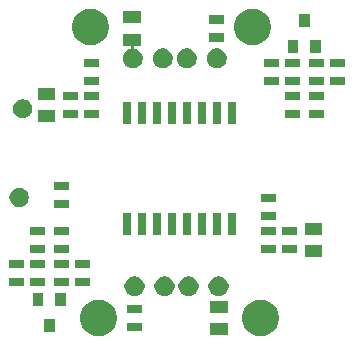
<source format=gbr>
G04 #@! TF.GenerationSoftware,KiCad,Pcbnew,5.1.5+dfsg1-2build2*
G04 #@! TF.CreationDate,2021-01-26T01:31:42+03:00*
G04 #@! TF.ProjectId,usb_ISO,7573625f-4953-44f2-9e6b-696361645f70,rev?*
G04 #@! TF.SameCoordinates,Original*
G04 #@! TF.FileFunction,Soldermask,Top*
G04 #@! TF.FilePolarity,Negative*
%FSLAX46Y46*%
G04 Gerber Fmt 4.6, Leading zero omitted, Abs format (unit mm)*
G04 Created by KiCad (PCBNEW 5.1.5+dfsg1-2build2) date 2021-01-26 01:31:42*
%MOMM*%
%LPD*%
G04 APERTURE LIST*
%ADD10C,0.100000*%
G04 APERTURE END LIST*
D10*
G36*
X122114497Y-98801863D02*
G01*
X122214372Y-98821729D01*
X122331279Y-98870154D01*
X122496611Y-98938636D01*
X122750621Y-99108360D01*
X122966640Y-99324379D01*
X123136364Y-99578389D01*
X123253271Y-99860629D01*
X123312870Y-100160251D01*
X123312870Y-100465749D01*
X123253271Y-100765371D01*
X123136364Y-101047611D01*
X122966640Y-101301621D01*
X122750621Y-101517640D01*
X122496611Y-101687364D01*
X122331279Y-101755846D01*
X122214372Y-101804271D01*
X122114497Y-101824137D01*
X121914749Y-101863870D01*
X121609251Y-101863870D01*
X121409503Y-101824137D01*
X121309628Y-101804271D01*
X121192721Y-101755846D01*
X121027389Y-101687364D01*
X120773379Y-101517640D01*
X120557360Y-101301621D01*
X120387636Y-101047611D01*
X120270729Y-100765371D01*
X120211130Y-100465749D01*
X120211130Y-100160251D01*
X120270729Y-99860629D01*
X120387636Y-99578389D01*
X120557360Y-99324379D01*
X120773379Y-99108360D01*
X121027389Y-98938636D01*
X121192721Y-98870154D01*
X121309628Y-98821729D01*
X121409503Y-98801863D01*
X121609251Y-98762130D01*
X121914749Y-98762130D01*
X122114497Y-98801863D01*
G37*
G36*
X108398497Y-98801863D02*
G01*
X108498372Y-98821729D01*
X108615279Y-98870154D01*
X108780611Y-98938636D01*
X109034621Y-99108360D01*
X109250640Y-99324379D01*
X109420364Y-99578389D01*
X109537271Y-99860629D01*
X109596870Y-100160251D01*
X109596870Y-100465749D01*
X109537271Y-100765371D01*
X109420364Y-101047611D01*
X109250640Y-101301621D01*
X109034621Y-101517640D01*
X108780611Y-101687364D01*
X108615279Y-101755846D01*
X108498372Y-101804271D01*
X108398497Y-101824137D01*
X108198749Y-101863870D01*
X107893251Y-101863870D01*
X107693503Y-101824137D01*
X107593628Y-101804271D01*
X107476721Y-101755846D01*
X107311389Y-101687364D01*
X107057379Y-101517640D01*
X106841360Y-101301621D01*
X106671636Y-101047611D01*
X106554729Y-100765371D01*
X106495130Y-100465749D01*
X106495130Y-100160251D01*
X106554729Y-99860629D01*
X106671636Y-99578389D01*
X106841360Y-99324379D01*
X107057379Y-99108360D01*
X107311389Y-98938636D01*
X107476721Y-98870154D01*
X107593628Y-98821729D01*
X107693503Y-98801863D01*
X107893251Y-98762130D01*
X108198749Y-98762130D01*
X108398497Y-98801863D01*
G37*
G36*
X118986500Y-101778000D02*
G01*
X117487500Y-101778000D01*
X117487500Y-100787000D01*
X118986500Y-100787000D01*
X118986500Y-101778000D01*
G37*
G36*
X104337050Y-101473200D02*
G01*
X103434950Y-101473200D01*
X103434950Y-100370440D01*
X104337050Y-100370440D01*
X104337050Y-101473200D01*
G37*
G36*
X111698500Y-101443500D02*
G01*
X110453500Y-101443500D01*
X110453500Y-100706500D01*
X111698500Y-100706500D01*
X111698500Y-101443500D01*
G37*
G36*
X111698500Y-99919500D02*
G01*
X110453500Y-99919500D01*
X110453500Y-99182500D01*
X111698500Y-99182500D01*
X111698500Y-99919500D01*
G37*
G36*
X118986500Y-99873000D02*
G01*
X117487500Y-99873000D01*
X117487500Y-98882000D01*
X118986500Y-98882000D01*
X118986500Y-99873000D01*
G37*
G36*
X105289550Y-99273560D02*
G01*
X104387450Y-99273560D01*
X104387450Y-98170800D01*
X105289550Y-98170800D01*
X105289550Y-99273560D01*
G37*
G36*
X103384550Y-99273560D02*
G01*
X102482450Y-99273560D01*
X102482450Y-98170800D01*
X103384550Y-98170800D01*
X103384550Y-99273560D01*
G37*
G36*
X111342228Y-96827703D02*
G01*
X111497100Y-96891853D01*
X111636481Y-96984985D01*
X111755015Y-97103519D01*
X111848147Y-97242900D01*
X111912297Y-97397772D01*
X111945000Y-97562184D01*
X111945000Y-97729816D01*
X111912297Y-97894228D01*
X111848147Y-98049100D01*
X111755015Y-98188481D01*
X111636481Y-98307015D01*
X111497100Y-98400147D01*
X111342228Y-98464297D01*
X111177816Y-98497000D01*
X111010184Y-98497000D01*
X110845772Y-98464297D01*
X110690900Y-98400147D01*
X110551519Y-98307015D01*
X110432985Y-98188481D01*
X110339853Y-98049100D01*
X110275703Y-97894228D01*
X110243000Y-97729816D01*
X110243000Y-97562184D01*
X110275703Y-97397772D01*
X110339853Y-97242900D01*
X110432985Y-97103519D01*
X110551519Y-96984985D01*
X110690900Y-96891853D01*
X110845772Y-96827703D01*
X111010184Y-96795000D01*
X111177816Y-96795000D01*
X111342228Y-96827703D01*
G37*
G36*
X113882228Y-96827703D02*
G01*
X114037100Y-96891853D01*
X114176481Y-96984985D01*
X114295015Y-97103519D01*
X114388147Y-97242900D01*
X114452297Y-97397772D01*
X114485000Y-97562184D01*
X114485000Y-97729816D01*
X114452297Y-97894228D01*
X114388147Y-98049100D01*
X114295015Y-98188481D01*
X114176481Y-98307015D01*
X114037100Y-98400147D01*
X113882228Y-98464297D01*
X113717816Y-98497000D01*
X113550184Y-98497000D01*
X113385772Y-98464297D01*
X113230900Y-98400147D01*
X113091519Y-98307015D01*
X112972985Y-98188481D01*
X112879853Y-98049100D01*
X112815703Y-97894228D01*
X112783000Y-97729816D01*
X112783000Y-97562184D01*
X112815703Y-97397772D01*
X112879853Y-97242900D01*
X112972985Y-97103519D01*
X113091519Y-96984985D01*
X113230900Y-96891853D01*
X113385772Y-96827703D01*
X113550184Y-96795000D01*
X113717816Y-96795000D01*
X113882228Y-96827703D01*
G37*
G36*
X115914228Y-96827703D02*
G01*
X116069100Y-96891853D01*
X116208481Y-96984985D01*
X116327015Y-97103519D01*
X116420147Y-97242900D01*
X116484297Y-97397772D01*
X116517000Y-97562184D01*
X116517000Y-97729816D01*
X116484297Y-97894228D01*
X116420147Y-98049100D01*
X116327015Y-98188481D01*
X116208481Y-98307015D01*
X116069100Y-98400147D01*
X115914228Y-98464297D01*
X115749816Y-98497000D01*
X115582184Y-98497000D01*
X115417772Y-98464297D01*
X115262900Y-98400147D01*
X115123519Y-98307015D01*
X115004985Y-98188481D01*
X114911853Y-98049100D01*
X114847703Y-97894228D01*
X114815000Y-97729816D01*
X114815000Y-97562184D01*
X114847703Y-97397772D01*
X114911853Y-97242900D01*
X115004985Y-97103519D01*
X115123519Y-96984985D01*
X115262900Y-96891853D01*
X115417772Y-96827703D01*
X115582184Y-96795000D01*
X115749816Y-96795000D01*
X115914228Y-96827703D01*
G37*
G36*
X118454228Y-96827703D02*
G01*
X118609100Y-96891853D01*
X118748481Y-96984985D01*
X118867015Y-97103519D01*
X118960147Y-97242900D01*
X119024297Y-97397772D01*
X119057000Y-97562184D01*
X119057000Y-97729816D01*
X119024297Y-97894228D01*
X118960147Y-98049100D01*
X118867015Y-98188481D01*
X118748481Y-98307015D01*
X118609100Y-98400147D01*
X118454228Y-98464297D01*
X118289816Y-98497000D01*
X118122184Y-98497000D01*
X117957772Y-98464297D01*
X117802900Y-98400147D01*
X117663519Y-98307015D01*
X117544985Y-98188481D01*
X117451853Y-98049100D01*
X117387703Y-97894228D01*
X117355000Y-97729816D01*
X117355000Y-97562184D01*
X117387703Y-97397772D01*
X117451853Y-97242900D01*
X117544985Y-97103519D01*
X117663519Y-96984985D01*
X117802900Y-96891853D01*
X117957772Y-96827703D01*
X118122184Y-96795000D01*
X118289816Y-96795000D01*
X118454228Y-96827703D01*
G37*
G36*
X107302500Y-97650500D02*
G01*
X106057500Y-97650500D01*
X106057500Y-96913500D01*
X107302500Y-96913500D01*
X107302500Y-97650500D01*
G37*
G36*
X105524500Y-97650500D02*
G01*
X104279500Y-97650500D01*
X104279500Y-96913500D01*
X105524500Y-96913500D01*
X105524500Y-97650500D01*
G37*
G36*
X103492500Y-97650500D02*
G01*
X102247500Y-97650500D01*
X102247500Y-96913500D01*
X103492500Y-96913500D01*
X103492500Y-97650500D01*
G37*
G36*
X101714500Y-97650500D02*
G01*
X100469500Y-97650500D01*
X100469500Y-96913500D01*
X101714500Y-96913500D01*
X101714500Y-97650500D01*
G37*
G36*
X101714500Y-96126500D02*
G01*
X100469500Y-96126500D01*
X100469500Y-95389500D01*
X101714500Y-95389500D01*
X101714500Y-96126500D01*
G37*
G36*
X107302500Y-96126500D02*
G01*
X106057500Y-96126500D01*
X106057500Y-95389500D01*
X107302500Y-95389500D01*
X107302500Y-96126500D01*
G37*
G36*
X105524500Y-96126500D02*
G01*
X104279500Y-96126500D01*
X104279500Y-95389500D01*
X105524500Y-95389500D01*
X105524500Y-96126500D01*
G37*
G36*
X103492500Y-96126500D02*
G01*
X102247500Y-96126500D01*
X102247500Y-95389500D01*
X103492500Y-95389500D01*
X103492500Y-96126500D01*
G37*
G36*
X126987500Y-95174000D02*
G01*
X125488500Y-95174000D01*
X125488500Y-94183000D01*
X126987500Y-94183000D01*
X126987500Y-95174000D01*
G37*
G36*
X124828500Y-94856500D02*
G01*
X123583500Y-94856500D01*
X123583500Y-94119500D01*
X124828500Y-94119500D01*
X124828500Y-94856500D01*
G37*
G36*
X103492500Y-94856500D02*
G01*
X102247500Y-94856500D01*
X102247500Y-94119500D01*
X103492500Y-94119500D01*
X103492500Y-94856500D01*
G37*
G36*
X123050500Y-94856500D02*
G01*
X121805500Y-94856500D01*
X121805500Y-94119500D01*
X123050500Y-94119500D01*
X123050500Y-94856500D01*
G37*
G36*
X105524500Y-94856500D02*
G01*
X104279500Y-94856500D01*
X104279500Y-94119500D01*
X105524500Y-94119500D01*
X105524500Y-94856500D01*
G37*
G36*
X103492500Y-93332500D02*
G01*
X102247500Y-93332500D01*
X102247500Y-92595500D01*
X103492500Y-92595500D01*
X103492500Y-93332500D01*
G37*
G36*
X105524500Y-93332500D02*
G01*
X104279500Y-93332500D01*
X104279500Y-92595500D01*
X105524500Y-92595500D01*
X105524500Y-93332500D01*
G37*
G36*
X123050500Y-93332500D02*
G01*
X121805500Y-93332500D01*
X121805500Y-92595500D01*
X123050500Y-92595500D01*
X123050500Y-93332500D01*
G37*
G36*
X124828500Y-93332500D02*
G01*
X123583500Y-93332500D01*
X123583500Y-92595500D01*
X124828500Y-92595500D01*
X124828500Y-93332500D01*
G37*
G36*
X126987500Y-93269000D02*
G01*
X125488500Y-93269000D01*
X125488500Y-92278000D01*
X126987500Y-92278000D01*
X126987500Y-93269000D01*
G37*
G36*
X112093500Y-93255000D02*
G01*
X111356500Y-93255000D01*
X111356500Y-91403000D01*
X112093500Y-91403000D01*
X112093500Y-93255000D01*
G37*
G36*
X118443500Y-93255000D02*
G01*
X117706500Y-93255000D01*
X117706500Y-91403000D01*
X118443500Y-91403000D01*
X118443500Y-93255000D01*
G37*
G36*
X117173500Y-93255000D02*
G01*
X116436500Y-93255000D01*
X116436500Y-91403000D01*
X117173500Y-91403000D01*
X117173500Y-93255000D01*
G37*
G36*
X115903500Y-93255000D02*
G01*
X115166500Y-93255000D01*
X115166500Y-91403000D01*
X115903500Y-91403000D01*
X115903500Y-93255000D01*
G37*
G36*
X114633500Y-93255000D02*
G01*
X113896500Y-93255000D01*
X113896500Y-91403000D01*
X114633500Y-91403000D01*
X114633500Y-93255000D01*
G37*
G36*
X113363500Y-93255000D02*
G01*
X112626500Y-93255000D01*
X112626500Y-91403000D01*
X113363500Y-91403000D01*
X113363500Y-93255000D01*
G37*
G36*
X110823500Y-93255000D02*
G01*
X110086500Y-93255000D01*
X110086500Y-91403000D01*
X110823500Y-91403000D01*
X110823500Y-93255000D01*
G37*
G36*
X119713500Y-93255000D02*
G01*
X118976500Y-93255000D01*
X118976500Y-91403000D01*
X119713500Y-91403000D01*
X119713500Y-93255000D01*
G37*
G36*
X123050500Y-92062500D02*
G01*
X121805500Y-92062500D01*
X121805500Y-91325500D01*
X123050500Y-91325500D01*
X123050500Y-92062500D01*
G37*
G36*
X105524500Y-91046500D02*
G01*
X104279500Y-91046500D01*
X104279500Y-90309500D01*
X105524500Y-90309500D01*
X105524500Y-91046500D01*
G37*
G36*
X101560142Y-89328242D02*
G01*
X101708101Y-89389529D01*
X101841255Y-89478499D01*
X101954501Y-89591745D01*
X102043471Y-89724899D01*
X102104758Y-89872858D01*
X102136000Y-90029925D01*
X102136000Y-90190075D01*
X102104758Y-90347142D01*
X102043471Y-90495101D01*
X101954501Y-90628255D01*
X101841255Y-90741501D01*
X101708101Y-90830471D01*
X101560142Y-90891758D01*
X101403075Y-90923000D01*
X101242925Y-90923000D01*
X101085858Y-90891758D01*
X100937899Y-90830471D01*
X100804745Y-90741501D01*
X100691499Y-90628255D01*
X100602529Y-90495101D01*
X100541242Y-90347142D01*
X100510000Y-90190075D01*
X100510000Y-90029925D01*
X100541242Y-89872858D01*
X100602529Y-89724899D01*
X100691499Y-89591745D01*
X100804745Y-89478499D01*
X100937899Y-89389529D01*
X101085858Y-89328242D01*
X101242925Y-89297000D01*
X101403075Y-89297000D01*
X101560142Y-89328242D01*
G37*
G36*
X123050500Y-90538500D02*
G01*
X121805500Y-90538500D01*
X121805500Y-89801500D01*
X123050500Y-89801500D01*
X123050500Y-90538500D01*
G37*
G36*
X105524500Y-89522500D02*
G01*
X104279500Y-89522500D01*
X104279500Y-88785500D01*
X105524500Y-88785500D01*
X105524500Y-89522500D01*
G37*
G36*
X119713500Y-83857000D02*
G01*
X118976500Y-83857000D01*
X118976500Y-82005000D01*
X119713500Y-82005000D01*
X119713500Y-83857000D01*
G37*
G36*
X110823500Y-83857000D02*
G01*
X110086500Y-83857000D01*
X110086500Y-82005000D01*
X110823500Y-82005000D01*
X110823500Y-83857000D01*
G37*
G36*
X112093500Y-83857000D02*
G01*
X111356500Y-83857000D01*
X111356500Y-82005000D01*
X112093500Y-82005000D01*
X112093500Y-83857000D01*
G37*
G36*
X117173500Y-83857000D02*
G01*
X116436500Y-83857000D01*
X116436500Y-82005000D01*
X117173500Y-82005000D01*
X117173500Y-83857000D01*
G37*
G36*
X115903500Y-83857000D02*
G01*
X115166500Y-83857000D01*
X115166500Y-82005000D01*
X115903500Y-82005000D01*
X115903500Y-83857000D01*
G37*
G36*
X114633500Y-83857000D02*
G01*
X113896500Y-83857000D01*
X113896500Y-82005000D01*
X114633500Y-82005000D01*
X114633500Y-83857000D01*
G37*
G36*
X113363500Y-83857000D02*
G01*
X112626500Y-83857000D01*
X112626500Y-82005000D01*
X113363500Y-82005000D01*
X113363500Y-83857000D01*
G37*
G36*
X118443500Y-83857000D02*
G01*
X117706500Y-83857000D01*
X117706500Y-82005000D01*
X118443500Y-82005000D01*
X118443500Y-83857000D01*
G37*
G36*
X104381500Y-83744000D02*
G01*
X102882500Y-83744000D01*
X102882500Y-82753000D01*
X104381500Y-82753000D01*
X104381500Y-83744000D01*
G37*
G36*
X106286500Y-83426500D02*
G01*
X105041500Y-83426500D01*
X105041500Y-82689500D01*
X106286500Y-82689500D01*
X106286500Y-83426500D01*
G37*
G36*
X125082500Y-83426500D02*
G01*
X123837500Y-83426500D01*
X123837500Y-82689500D01*
X125082500Y-82689500D01*
X125082500Y-83426500D01*
G37*
G36*
X127114500Y-83426500D02*
G01*
X125869500Y-83426500D01*
X125869500Y-82689500D01*
X127114500Y-82689500D01*
X127114500Y-83426500D01*
G37*
G36*
X108064500Y-83426500D02*
G01*
X106819500Y-83426500D01*
X106819500Y-82689500D01*
X108064500Y-82689500D01*
X108064500Y-83426500D01*
G37*
G36*
X101860142Y-81828242D02*
G01*
X102008101Y-81889529D01*
X102141255Y-81978499D01*
X102254501Y-82091745D01*
X102343471Y-82224899D01*
X102404758Y-82372858D01*
X102436000Y-82529925D01*
X102436000Y-82690075D01*
X102404758Y-82847142D01*
X102343471Y-82995101D01*
X102254501Y-83128255D01*
X102141255Y-83241501D01*
X102008101Y-83330471D01*
X101860142Y-83391758D01*
X101703075Y-83423000D01*
X101542925Y-83423000D01*
X101385858Y-83391758D01*
X101237899Y-83330471D01*
X101104745Y-83241501D01*
X100991499Y-83128255D01*
X100902529Y-82995101D01*
X100841242Y-82847142D01*
X100810000Y-82690075D01*
X100810000Y-82529925D01*
X100841242Y-82372858D01*
X100902529Y-82224899D01*
X100991499Y-82091745D01*
X101104745Y-81978499D01*
X101237899Y-81889529D01*
X101385858Y-81828242D01*
X101542925Y-81797000D01*
X101703075Y-81797000D01*
X101860142Y-81828242D01*
G37*
G36*
X106286500Y-81902500D02*
G01*
X105041500Y-81902500D01*
X105041500Y-81165500D01*
X106286500Y-81165500D01*
X106286500Y-81902500D01*
G37*
G36*
X125082500Y-81902500D02*
G01*
X123837500Y-81902500D01*
X123837500Y-81165500D01*
X125082500Y-81165500D01*
X125082500Y-81902500D01*
G37*
G36*
X127114500Y-81902500D02*
G01*
X125869500Y-81902500D01*
X125869500Y-81165500D01*
X127114500Y-81165500D01*
X127114500Y-81902500D01*
G37*
G36*
X108064500Y-81902500D02*
G01*
X106819500Y-81902500D01*
X106819500Y-81165500D01*
X108064500Y-81165500D01*
X108064500Y-81902500D01*
G37*
G36*
X104381500Y-81839000D02*
G01*
X102882500Y-81839000D01*
X102882500Y-80848000D01*
X104381500Y-80848000D01*
X104381500Y-81839000D01*
G37*
G36*
X108064500Y-80632500D02*
G01*
X106819500Y-80632500D01*
X106819500Y-79895500D01*
X108064500Y-79895500D01*
X108064500Y-80632500D01*
G37*
G36*
X125082500Y-80632500D02*
G01*
X123837500Y-80632500D01*
X123837500Y-79895500D01*
X125082500Y-79895500D01*
X125082500Y-80632500D01*
G37*
G36*
X127114500Y-80632500D02*
G01*
X125869500Y-80632500D01*
X125869500Y-79895500D01*
X127114500Y-79895500D01*
X127114500Y-80632500D01*
G37*
G36*
X123304500Y-80632500D02*
G01*
X122059500Y-80632500D01*
X122059500Y-79895500D01*
X123304500Y-79895500D01*
X123304500Y-80632500D01*
G37*
G36*
X128892500Y-80632500D02*
G01*
X127647500Y-80632500D01*
X127647500Y-79895500D01*
X128892500Y-79895500D01*
X128892500Y-80632500D01*
G37*
G36*
X115754728Y-77523703D02*
G01*
X115909600Y-77587853D01*
X116048981Y-77680985D01*
X116167515Y-77799519D01*
X116260647Y-77938900D01*
X116324797Y-78093772D01*
X116357500Y-78258184D01*
X116357500Y-78425816D01*
X116324797Y-78590228D01*
X116260647Y-78745100D01*
X116167515Y-78884481D01*
X116048981Y-79003015D01*
X115909600Y-79096147D01*
X115754728Y-79160297D01*
X115590316Y-79193000D01*
X115422684Y-79193000D01*
X115258272Y-79160297D01*
X115103400Y-79096147D01*
X114964019Y-79003015D01*
X114845485Y-78884481D01*
X114752353Y-78745100D01*
X114688203Y-78590228D01*
X114655500Y-78425816D01*
X114655500Y-78258184D01*
X114688203Y-78093772D01*
X114752353Y-77938900D01*
X114845485Y-77799519D01*
X114964019Y-77680985D01*
X115103400Y-77587853D01*
X115258272Y-77523703D01*
X115422684Y-77491000D01*
X115590316Y-77491000D01*
X115754728Y-77523703D01*
G37*
G36*
X118294728Y-77523703D02*
G01*
X118449600Y-77587853D01*
X118588981Y-77680985D01*
X118707515Y-77799519D01*
X118800647Y-77938900D01*
X118864797Y-78093772D01*
X118897500Y-78258184D01*
X118897500Y-78425816D01*
X118864797Y-78590228D01*
X118800647Y-78745100D01*
X118707515Y-78884481D01*
X118588981Y-79003015D01*
X118449600Y-79096147D01*
X118294728Y-79160297D01*
X118130316Y-79193000D01*
X117962684Y-79193000D01*
X117798272Y-79160297D01*
X117643400Y-79096147D01*
X117504019Y-79003015D01*
X117385485Y-78884481D01*
X117292353Y-78745100D01*
X117228203Y-78590228D01*
X117195500Y-78425816D01*
X117195500Y-78258184D01*
X117228203Y-78093772D01*
X117292353Y-77938900D01*
X117385485Y-77799519D01*
X117504019Y-77680985D01*
X117643400Y-77587853D01*
X117798272Y-77523703D01*
X117962684Y-77491000D01*
X118130316Y-77491000D01*
X118294728Y-77523703D01*
G37*
G36*
X113722728Y-77523703D02*
G01*
X113877600Y-77587853D01*
X114016981Y-77680985D01*
X114135515Y-77799519D01*
X114228647Y-77938900D01*
X114292797Y-78093772D01*
X114325500Y-78258184D01*
X114325500Y-78425816D01*
X114292797Y-78590228D01*
X114228647Y-78745100D01*
X114135515Y-78884481D01*
X114016981Y-79003015D01*
X113877600Y-79096147D01*
X113722728Y-79160297D01*
X113558316Y-79193000D01*
X113390684Y-79193000D01*
X113226272Y-79160297D01*
X113071400Y-79096147D01*
X112932019Y-79003015D01*
X112813485Y-78884481D01*
X112720353Y-78745100D01*
X112656203Y-78590228D01*
X112623500Y-78425816D01*
X112623500Y-78258184D01*
X112656203Y-78093772D01*
X112720353Y-77938900D01*
X112813485Y-77799519D01*
X112932019Y-77680985D01*
X113071400Y-77587853D01*
X113226272Y-77523703D01*
X113390684Y-77491000D01*
X113558316Y-77491000D01*
X113722728Y-77523703D01*
G37*
G36*
X111620500Y-77267000D02*
G01*
X111161325Y-77267000D01*
X111136939Y-77269402D01*
X111113490Y-77276515D01*
X111091879Y-77288066D01*
X111072937Y-77303611D01*
X111057392Y-77322553D01*
X111045841Y-77344164D01*
X111038728Y-77367613D01*
X111036326Y-77391999D01*
X111038728Y-77416385D01*
X111045841Y-77439834D01*
X111057392Y-77461445D01*
X111072937Y-77480387D01*
X111091879Y-77495932D01*
X111113490Y-77507483D01*
X111136928Y-77514593D01*
X111182728Y-77523703D01*
X111337600Y-77587853D01*
X111476981Y-77680985D01*
X111595515Y-77799519D01*
X111688647Y-77938900D01*
X111752797Y-78093772D01*
X111785500Y-78258184D01*
X111785500Y-78425816D01*
X111752797Y-78590228D01*
X111688647Y-78745100D01*
X111595515Y-78884481D01*
X111476981Y-79003015D01*
X111337600Y-79096147D01*
X111182728Y-79160297D01*
X111018316Y-79193000D01*
X110850684Y-79193000D01*
X110686272Y-79160297D01*
X110531400Y-79096147D01*
X110392019Y-79003015D01*
X110273485Y-78884481D01*
X110180353Y-78745100D01*
X110116203Y-78590228D01*
X110083500Y-78425816D01*
X110083500Y-78258184D01*
X110116203Y-78093772D01*
X110180353Y-77938900D01*
X110273485Y-77799519D01*
X110392019Y-77680985D01*
X110531400Y-77587853D01*
X110686272Y-77523703D01*
X110732072Y-77514593D01*
X110755511Y-77507483D01*
X110777121Y-77495931D01*
X110796063Y-77480386D01*
X110811608Y-77461444D01*
X110823159Y-77439833D01*
X110830272Y-77416384D01*
X110832674Y-77391998D01*
X110830272Y-77367612D01*
X110823159Y-77344163D01*
X110811607Y-77322553D01*
X110796062Y-77303611D01*
X110777120Y-77288066D01*
X110755509Y-77276515D01*
X110732060Y-77269402D01*
X110707675Y-77267000D01*
X110121500Y-77267000D01*
X110121500Y-76276000D01*
X111620500Y-76276000D01*
X111620500Y-77267000D01*
G37*
G36*
X125082500Y-79108500D02*
G01*
X123837500Y-79108500D01*
X123837500Y-78371500D01*
X125082500Y-78371500D01*
X125082500Y-79108500D01*
G37*
G36*
X108064500Y-79108500D02*
G01*
X106819500Y-79108500D01*
X106819500Y-78371500D01*
X108064500Y-78371500D01*
X108064500Y-79108500D01*
G37*
G36*
X123304500Y-79108500D02*
G01*
X122059500Y-79108500D01*
X122059500Y-78371500D01*
X123304500Y-78371500D01*
X123304500Y-79108500D01*
G37*
G36*
X127114500Y-79108500D02*
G01*
X125869500Y-79108500D01*
X125869500Y-78371500D01*
X127114500Y-78371500D01*
X127114500Y-79108500D01*
G37*
G36*
X128892500Y-79108500D02*
G01*
X127647500Y-79108500D01*
X127647500Y-78371500D01*
X128892500Y-78371500D01*
X128892500Y-79108500D01*
G37*
G36*
X124974550Y-77851200D02*
G01*
X124072450Y-77851200D01*
X124072450Y-76748440D01*
X124974550Y-76748440D01*
X124974550Y-77851200D01*
G37*
G36*
X126879550Y-77851200D02*
G01*
X125977450Y-77851200D01*
X125977450Y-76748440D01*
X126879550Y-76748440D01*
X126879550Y-77851200D01*
G37*
G36*
X107730997Y-74163863D02*
G01*
X107830872Y-74183729D01*
X107947779Y-74232154D01*
X108113111Y-74300636D01*
X108367121Y-74470360D01*
X108583140Y-74686379D01*
X108752864Y-74940389D01*
X108869771Y-75222629D01*
X108929370Y-75522251D01*
X108929370Y-75827749D01*
X108869771Y-76127371D01*
X108752864Y-76409611D01*
X108583140Y-76663621D01*
X108367121Y-76879640D01*
X108113111Y-77049364D01*
X107947779Y-77117846D01*
X107830872Y-77166271D01*
X107730997Y-77186137D01*
X107531249Y-77225870D01*
X107225751Y-77225870D01*
X107026003Y-77186137D01*
X106926128Y-77166271D01*
X106809221Y-77117846D01*
X106643889Y-77049364D01*
X106389879Y-76879640D01*
X106173860Y-76663621D01*
X106004136Y-76409611D01*
X105887229Y-76127371D01*
X105827630Y-75827749D01*
X105827630Y-75522251D01*
X105887229Y-75222629D01*
X106004136Y-74940389D01*
X106173860Y-74686379D01*
X106389879Y-74470360D01*
X106643889Y-74300636D01*
X106809221Y-74232154D01*
X106926128Y-74183729D01*
X107026003Y-74163863D01*
X107225751Y-74124130D01*
X107531249Y-74124130D01*
X107730997Y-74163863D01*
G37*
G36*
X121446997Y-74163863D02*
G01*
X121546872Y-74183729D01*
X121663779Y-74232154D01*
X121829111Y-74300636D01*
X122083121Y-74470360D01*
X122299140Y-74686379D01*
X122468864Y-74940389D01*
X122585771Y-75222629D01*
X122645370Y-75522251D01*
X122645370Y-75827749D01*
X122585771Y-76127371D01*
X122468864Y-76409611D01*
X122299140Y-76663621D01*
X122083121Y-76879640D01*
X121829111Y-77049364D01*
X121663779Y-77117846D01*
X121546872Y-77166271D01*
X121446997Y-77186137D01*
X121247249Y-77225870D01*
X120941751Y-77225870D01*
X120742003Y-77186137D01*
X120642128Y-77166271D01*
X120525221Y-77117846D01*
X120359889Y-77049364D01*
X120105879Y-76879640D01*
X119889860Y-76663621D01*
X119720136Y-76409611D01*
X119603229Y-76127371D01*
X119543630Y-75827749D01*
X119543630Y-75522251D01*
X119603229Y-75222629D01*
X119720136Y-74940389D01*
X119889860Y-74686379D01*
X120105879Y-74470360D01*
X120359889Y-74300636D01*
X120525221Y-74232154D01*
X120642128Y-74183729D01*
X120742003Y-74163863D01*
X120941751Y-74124130D01*
X121247249Y-74124130D01*
X121446997Y-74163863D01*
G37*
G36*
X118669000Y-76949500D02*
G01*
X117424000Y-76949500D01*
X117424000Y-76212500D01*
X118669000Y-76212500D01*
X118669000Y-76949500D01*
G37*
G36*
X125927050Y-75651560D02*
G01*
X125024950Y-75651560D01*
X125024950Y-74548800D01*
X125927050Y-74548800D01*
X125927050Y-75651560D01*
G37*
G36*
X118669000Y-75425500D02*
G01*
X117424000Y-75425500D01*
X117424000Y-74688500D01*
X118669000Y-74688500D01*
X118669000Y-75425500D01*
G37*
G36*
X111620500Y-75362000D02*
G01*
X110121500Y-75362000D01*
X110121500Y-74371000D01*
X111620500Y-74371000D01*
X111620500Y-75362000D01*
G37*
M02*

</source>
